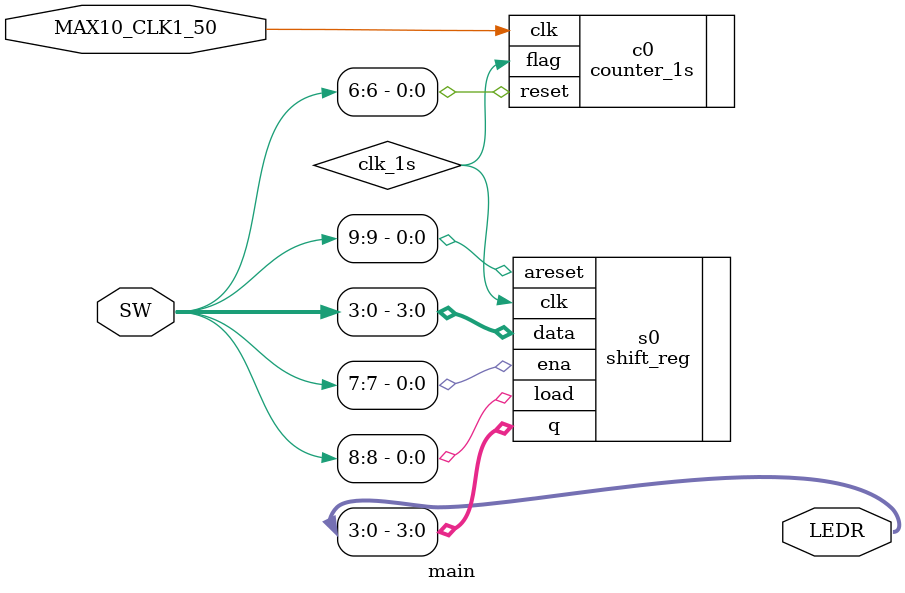
<source format=v>
module main(
	input		MAX10_CLK1_50,
	input 	[9:0] 	SW,
	output 	[9:0] 	LEDR
);
	/*
	reg [24:0] counter;
	reg led;
	
	wire reset;
	assign reset = SW[0];
	
	always @(posedge MAX10_CLK1_50) begin
		if(reset)
			counter <= 0;
		else
			counter <= counter + 1;
			if(counter == 25'd25_000_000)
				led <= ~led;
				counter <= 0;
	end
	
	assign LEDR[0] = led;
	*/
	
	//with submodule
	
	wire clk_1s;
	
	counter_1s c0(.clk(MAX10_CLK1_50), .reset(SW[6]), .flag(clk_1s));
	
	shift_reg s0(.clk(clk_1s), .areset(SW[9]), .load(SW[8]), .ena(SW[7]), .data(SW[3:0]), .q(LEDR[3:0]));
	
	
endmodule
</source>
